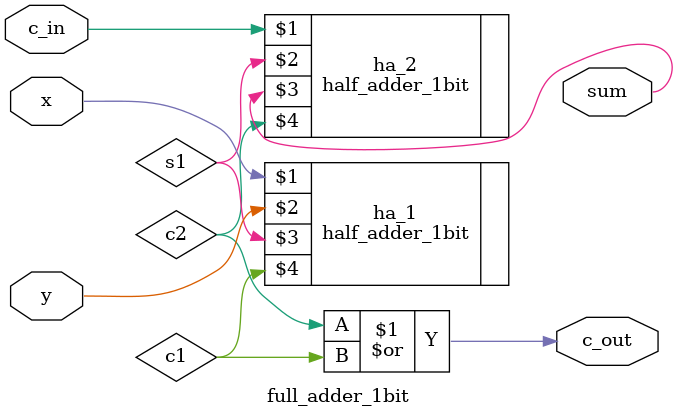
<source format=v>
`timescale 1ns / 1ps


module full_adder_1bit( //¸ðµâ ¼±¾ð
    x, y, c_in,
    sum, c_out
    );

input x, y, c_in; //ÃÊ±â ÀÔ·Â°ª
output sum, c_out; //ÃÖÁ¾ output
wire s1, c1, c2; 
//x¿Í yÀÇ xor ¿¬»ê °ªÀ» ´ã´Â s1
//x¿Í yÀÇ and ¿¬»ê °ªÀ» ´ã´Â c1
//c_in¿Í s1ÀÇ and ¿¬»ê °ªÀ» ´ã´Â c2

half_adder_1bit ha_1(x,y,s1,c1); //1bit half adder 2°³·Î ±¸¼º
half_adder_1bit ha_2(c_in,s1,sum,c2);
or (c_out, c2, c1); //c2¿Í c1À» or ¿¬»êÇÑ °ªÀ» c_out¿¡ ÀúÀå

endmodule

</source>
